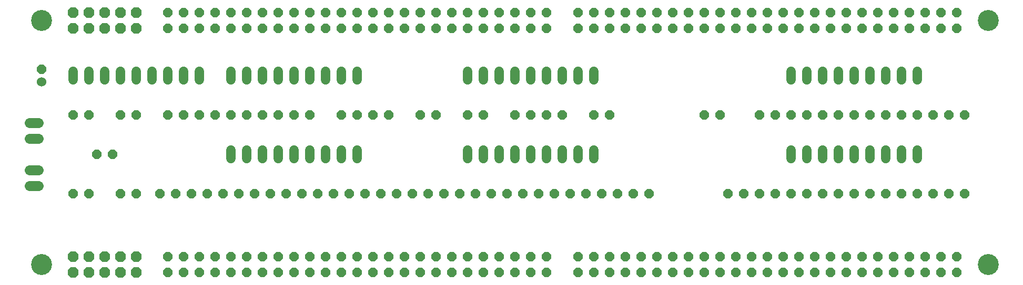
<source format=gbs>
G75*
%MOIN*%
%OFA0B0*%
%FSLAX25Y25*%
%IPPOS*%
%LPD*%
%AMOC8*
5,1,8,0,0,1.08239X$1,22.5*
%
%ADD10C,0.13300*%
%ADD11OC8,0.06050*%
%ADD12OC8,0.06000*%
%ADD13C,0.06000*%
%ADD14OC8,0.06800*%
%ADD15C,0.06400*%
%ADD16C,0.06000*%
D10*
X0016300Y0026300D03*
X0016300Y0181300D03*
X0616300Y0181300D03*
X0616300Y0026300D03*
D11*
X0596300Y0031300D03*
X0586300Y0031300D03*
X0576300Y0031300D03*
X0566300Y0031300D03*
X0556300Y0031300D03*
X0546300Y0031300D03*
X0536300Y0031300D03*
X0526300Y0031300D03*
X0516300Y0031300D03*
X0506300Y0031300D03*
X0496300Y0031300D03*
X0486300Y0031300D03*
X0476300Y0031300D03*
X0466300Y0031300D03*
X0456300Y0031300D03*
X0446300Y0031300D03*
X0436300Y0031300D03*
X0426300Y0031300D03*
X0416300Y0031300D03*
X0406300Y0031300D03*
X0396300Y0031300D03*
X0386300Y0031300D03*
X0376300Y0031300D03*
X0366300Y0031300D03*
X0356300Y0031300D03*
X0336300Y0031300D03*
X0326300Y0031300D03*
X0316300Y0031300D03*
X0306300Y0031300D03*
X0296300Y0031300D03*
X0286300Y0031300D03*
X0276300Y0031300D03*
X0266300Y0031300D03*
X0256300Y0031300D03*
X0246300Y0031300D03*
X0236300Y0031300D03*
X0226300Y0031300D03*
X0216300Y0031300D03*
X0206300Y0031300D03*
X0196300Y0031300D03*
X0186300Y0031300D03*
X0176300Y0031300D03*
X0166300Y0031300D03*
X0156300Y0031300D03*
X0146300Y0031300D03*
X0136300Y0031300D03*
X0126300Y0031300D03*
X0116300Y0031300D03*
X0106300Y0031300D03*
X0096300Y0031300D03*
X0096300Y0021300D03*
X0106300Y0021300D03*
X0116300Y0021300D03*
X0126300Y0021300D03*
X0136300Y0021300D03*
X0146300Y0021300D03*
X0156300Y0021300D03*
X0166300Y0021300D03*
X0176300Y0021300D03*
X0186300Y0021300D03*
X0196300Y0021300D03*
X0206300Y0021300D03*
X0216300Y0021300D03*
X0226300Y0021300D03*
X0236300Y0021300D03*
X0246300Y0021300D03*
X0256300Y0021300D03*
X0266300Y0021300D03*
X0276300Y0021300D03*
X0286300Y0021300D03*
X0296300Y0021300D03*
X0306300Y0021300D03*
X0316300Y0021300D03*
X0326300Y0021300D03*
X0336300Y0021300D03*
X0356300Y0021300D03*
X0366300Y0021300D03*
X0376300Y0021300D03*
X0386300Y0021300D03*
X0396300Y0021300D03*
X0406300Y0021300D03*
X0416300Y0021300D03*
X0426300Y0021300D03*
X0436300Y0021300D03*
X0446300Y0021300D03*
X0456300Y0021300D03*
X0466300Y0021300D03*
X0476300Y0021300D03*
X0486300Y0021300D03*
X0496300Y0021300D03*
X0506300Y0021300D03*
X0516300Y0021300D03*
X0526300Y0021300D03*
X0536300Y0021300D03*
X0546300Y0021300D03*
X0556300Y0021300D03*
X0566300Y0021300D03*
X0576300Y0021300D03*
X0586300Y0021300D03*
X0596300Y0021300D03*
X0596300Y0176300D03*
X0586300Y0176300D03*
X0576300Y0176300D03*
X0566300Y0176300D03*
X0556300Y0176300D03*
X0546300Y0176300D03*
X0536300Y0176300D03*
X0526300Y0176300D03*
X0516300Y0176300D03*
X0506300Y0176300D03*
X0496300Y0176300D03*
X0486300Y0176300D03*
X0476300Y0176300D03*
X0466300Y0176300D03*
X0456300Y0176300D03*
X0446300Y0176300D03*
X0436300Y0176300D03*
X0426300Y0176300D03*
X0416300Y0176300D03*
X0406300Y0176300D03*
X0396300Y0176300D03*
X0386300Y0176300D03*
X0376300Y0176300D03*
X0366300Y0176300D03*
X0356300Y0176300D03*
X0336300Y0176300D03*
X0326300Y0176300D03*
X0316300Y0176300D03*
X0306300Y0176300D03*
X0296300Y0176300D03*
X0286300Y0176300D03*
X0276300Y0176300D03*
X0266300Y0176300D03*
X0256300Y0176300D03*
X0246300Y0176300D03*
X0236300Y0176300D03*
X0226300Y0176300D03*
X0216300Y0176300D03*
X0206300Y0176300D03*
X0196300Y0176300D03*
X0186300Y0176300D03*
X0176300Y0176300D03*
X0166300Y0176300D03*
X0156300Y0176300D03*
X0146300Y0176300D03*
X0136300Y0176300D03*
X0126300Y0176300D03*
X0116300Y0176300D03*
X0106300Y0176300D03*
X0096300Y0176300D03*
X0096300Y0186300D03*
X0106300Y0186300D03*
X0116300Y0186300D03*
X0126300Y0186300D03*
X0136300Y0186300D03*
X0146300Y0186300D03*
X0156300Y0186300D03*
X0166300Y0186300D03*
X0176300Y0186300D03*
X0186300Y0186300D03*
X0196300Y0186300D03*
X0206300Y0186300D03*
X0216300Y0186300D03*
X0226300Y0186300D03*
X0236300Y0186300D03*
X0246300Y0186300D03*
X0256300Y0186300D03*
X0266300Y0186300D03*
X0276300Y0186300D03*
X0286300Y0186300D03*
X0296300Y0186300D03*
X0306300Y0186300D03*
X0316300Y0186300D03*
X0326300Y0186300D03*
X0336300Y0186300D03*
X0356300Y0186300D03*
X0366300Y0186300D03*
X0376300Y0186300D03*
X0386300Y0186300D03*
X0396300Y0186300D03*
X0406300Y0186300D03*
X0416300Y0186300D03*
X0426300Y0186300D03*
X0436300Y0186300D03*
X0446300Y0186300D03*
X0456300Y0186300D03*
X0466300Y0186300D03*
X0476300Y0186300D03*
X0486300Y0186300D03*
X0496300Y0186300D03*
X0506300Y0186300D03*
X0516300Y0186300D03*
X0526300Y0186300D03*
X0536300Y0186300D03*
X0546300Y0186300D03*
X0556300Y0186300D03*
X0566300Y0186300D03*
X0576300Y0186300D03*
X0586300Y0186300D03*
X0596300Y0186300D03*
D12*
X0591300Y0121300D03*
X0581300Y0121300D03*
X0571300Y0121300D03*
X0561300Y0121300D03*
X0551300Y0121300D03*
X0541300Y0121300D03*
X0531300Y0121300D03*
X0521300Y0121300D03*
X0511300Y0121300D03*
X0501300Y0121300D03*
X0491300Y0121300D03*
X0481300Y0121300D03*
X0471300Y0121300D03*
X0446300Y0121300D03*
X0436300Y0121300D03*
X0376300Y0121300D03*
X0366300Y0121300D03*
X0346300Y0121300D03*
X0336300Y0121300D03*
X0326300Y0121300D03*
X0316300Y0121300D03*
X0296300Y0121300D03*
X0286300Y0121300D03*
X0266300Y0121300D03*
X0256300Y0121300D03*
X0236300Y0121300D03*
X0226300Y0121300D03*
X0216300Y0121300D03*
X0206300Y0121300D03*
X0186300Y0121300D03*
X0176300Y0121300D03*
X0166300Y0121300D03*
X0156300Y0121300D03*
X0146300Y0121300D03*
X0136300Y0121300D03*
X0126300Y0121300D03*
X0116300Y0121300D03*
X0106300Y0121300D03*
X0096300Y0121300D03*
X0076300Y0121300D03*
X0066300Y0121300D03*
X0046300Y0121300D03*
X0036300Y0121300D03*
X0051300Y0096300D03*
X0061300Y0096300D03*
X0066300Y0071300D03*
X0076300Y0071300D03*
X0091300Y0071300D03*
X0101300Y0071300D03*
X0111300Y0071300D03*
X0121300Y0071300D03*
X0131300Y0071300D03*
X0141300Y0071300D03*
X0151300Y0071300D03*
X0161300Y0071300D03*
X0171300Y0071300D03*
X0181300Y0071300D03*
X0191300Y0071300D03*
X0201300Y0071300D03*
X0211300Y0071300D03*
X0221300Y0071300D03*
X0231300Y0071300D03*
X0241300Y0071300D03*
X0251300Y0071300D03*
X0261300Y0071300D03*
X0271300Y0071300D03*
X0281300Y0071300D03*
X0291300Y0071300D03*
X0301300Y0071300D03*
X0311300Y0071300D03*
X0321300Y0071300D03*
X0331300Y0071300D03*
X0341300Y0071300D03*
X0351300Y0071300D03*
X0361300Y0071300D03*
X0371300Y0071300D03*
X0381300Y0071300D03*
X0391300Y0071300D03*
X0401300Y0071300D03*
X0451300Y0071300D03*
X0461300Y0071300D03*
X0471300Y0071300D03*
X0481300Y0071300D03*
X0491300Y0071300D03*
X0501300Y0071300D03*
X0511300Y0071300D03*
X0521300Y0071300D03*
X0531300Y0071300D03*
X0541300Y0071300D03*
X0551300Y0071300D03*
X0561300Y0071300D03*
X0571300Y0071300D03*
X0581300Y0071300D03*
X0591300Y0071300D03*
X0601300Y0071300D03*
X0601300Y0121300D03*
X0046300Y0071300D03*
X0036300Y0071300D03*
X0016300Y0150300D03*
D13*
X0036300Y0148900D02*
X0036300Y0143700D01*
X0046300Y0143700D02*
X0046300Y0148900D01*
X0056300Y0148900D02*
X0056300Y0143700D01*
X0066300Y0143700D02*
X0066300Y0148900D01*
X0076300Y0148900D02*
X0076300Y0143700D01*
X0086300Y0143700D02*
X0086300Y0148900D01*
X0096300Y0148900D02*
X0096300Y0143700D01*
X0106300Y0143700D02*
X0106300Y0148900D01*
X0116300Y0148900D02*
X0116300Y0143700D01*
X0136300Y0143700D02*
X0136300Y0148900D01*
X0146300Y0148900D02*
X0146300Y0143700D01*
X0156300Y0143700D02*
X0156300Y0148900D01*
X0166300Y0148900D02*
X0166300Y0143700D01*
X0176300Y0143700D02*
X0176300Y0148900D01*
X0186300Y0148900D02*
X0186300Y0143700D01*
X0196300Y0143700D02*
X0196300Y0148900D01*
X0206300Y0148900D02*
X0206300Y0143700D01*
X0216300Y0143700D02*
X0216300Y0148900D01*
X0286300Y0148900D02*
X0286300Y0143700D01*
X0296300Y0143700D02*
X0296300Y0148900D01*
X0306300Y0148900D02*
X0306300Y0143700D01*
X0316300Y0143700D02*
X0316300Y0148900D01*
X0326300Y0148900D02*
X0326300Y0143700D01*
X0336300Y0143700D02*
X0336300Y0148900D01*
X0346300Y0148900D02*
X0346300Y0143700D01*
X0356300Y0143700D02*
X0356300Y0148900D01*
X0366300Y0148900D02*
X0366300Y0143700D01*
X0491300Y0143700D02*
X0491300Y0148900D01*
X0501300Y0148900D02*
X0501300Y0143700D01*
X0511300Y0143700D02*
X0511300Y0148900D01*
X0521300Y0148900D02*
X0521300Y0143700D01*
X0531300Y0143700D02*
X0531300Y0148900D01*
X0541300Y0148900D02*
X0541300Y0143700D01*
X0551300Y0143700D02*
X0551300Y0148900D01*
X0561300Y0148900D02*
X0561300Y0143700D01*
X0571300Y0143700D02*
X0571300Y0148900D01*
X0571300Y0098900D02*
X0571300Y0093700D01*
X0561300Y0093700D02*
X0561300Y0098900D01*
X0551300Y0098900D02*
X0551300Y0093700D01*
X0541300Y0093700D02*
X0541300Y0098900D01*
X0531300Y0098900D02*
X0531300Y0093700D01*
X0521300Y0093700D02*
X0521300Y0098900D01*
X0511300Y0098900D02*
X0511300Y0093700D01*
X0501300Y0093700D02*
X0501300Y0098900D01*
X0491300Y0098900D02*
X0491300Y0093700D01*
X0366300Y0093700D02*
X0366300Y0098900D01*
X0356300Y0098900D02*
X0356300Y0093700D01*
X0346300Y0093700D02*
X0346300Y0098900D01*
X0336300Y0098900D02*
X0336300Y0093700D01*
X0326300Y0093700D02*
X0326300Y0098900D01*
X0316300Y0098900D02*
X0316300Y0093700D01*
X0306300Y0093700D02*
X0306300Y0098900D01*
X0296300Y0098900D02*
X0296300Y0093700D01*
X0286300Y0093700D02*
X0286300Y0098900D01*
X0216300Y0098900D02*
X0216300Y0093700D01*
X0206300Y0093700D02*
X0206300Y0098900D01*
X0196300Y0098900D02*
X0196300Y0093700D01*
X0186300Y0093700D02*
X0186300Y0098900D01*
X0176300Y0098900D02*
X0176300Y0093700D01*
X0166300Y0093700D02*
X0166300Y0098900D01*
X0156300Y0098900D02*
X0156300Y0093700D01*
X0146300Y0093700D02*
X0146300Y0098900D01*
X0136300Y0098900D02*
X0136300Y0093700D01*
D14*
X0036300Y0021300D03*
X0046300Y0021300D03*
X0056300Y0021300D03*
X0066300Y0021300D03*
X0076300Y0021300D03*
X0076300Y0031300D03*
X0066300Y0031300D03*
X0056300Y0031300D03*
X0046300Y0031300D03*
X0036300Y0031300D03*
X0036300Y0176300D03*
X0046300Y0176300D03*
X0056300Y0176300D03*
X0066300Y0176300D03*
X0076300Y0176300D03*
X0076300Y0186300D03*
X0066300Y0186300D03*
X0056300Y0186300D03*
X0046300Y0186300D03*
X0036300Y0186300D03*
D15*
X0014100Y0116300D02*
X0008500Y0116300D01*
X0008500Y0106300D02*
X0014100Y0106300D01*
X0014100Y0086300D02*
X0008500Y0086300D01*
X0008500Y0076300D02*
X0014100Y0076300D01*
D16*
X0016300Y0142300D03*
M02*

</source>
